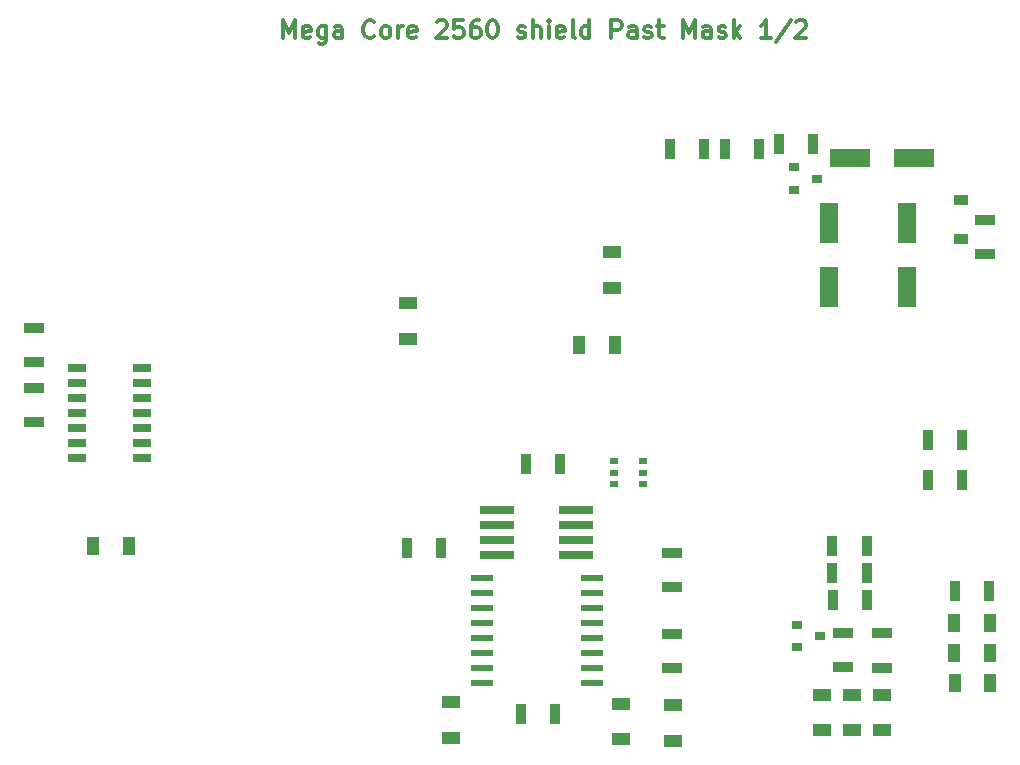
<source format=gbr>
G04 #@! TF.GenerationSoftware,KiCad,Pcbnew,(5.1.5)-3*
G04 #@! TF.CreationDate,2020-06-20T18:26:06+02:00*
G04 #@! TF.ProjectId,Mega_2560 core mini_full_2.2,4d656761-5f32-4353-9630-20636f726520,2.2*
G04 #@! TF.SameCoordinates,Original*
G04 #@! TF.FileFunction,Paste,Top*
G04 #@! TF.FilePolarity,Positive*
%FSLAX46Y46*%
G04 Gerber Fmt 4.6, Leading zero omitted, Abs format (unit mm)*
G04 Created by KiCad (PCBNEW (5.1.5)-3) date 2020-06-20 18:26:06*
%MOMM*%
%LPD*%
G04 APERTURE LIST*
%ADD10C,0.300000*%
%ADD11R,1.600000X1.000000*%
%ADD12R,1.200000X0.900000*%
%ADD13R,1.000000X1.600000*%
%ADD14R,3.500000X1.600000*%
%ADD15R,1.600000X3.500000*%
%ADD16R,1.700000X0.900000*%
%ADD17R,0.900000X1.700000*%
%ADD18R,0.900000X0.800000*%
%ADD19R,0.800000X0.550000*%
%ADD20R,1.597660X0.698500*%
%ADD21R,3.000000X0.650000*%
%ADD22R,1.980000X0.530000*%
G04 APERTURE END LIST*
D10*
X164425377Y-58113051D02*
X164425377Y-56613051D01*
X164925377Y-57684480D01*
X165425377Y-56613051D01*
X165425377Y-58113051D01*
X166711091Y-58041622D02*
X166568234Y-58113051D01*
X166282519Y-58113051D01*
X166139662Y-58041622D01*
X166068234Y-57898765D01*
X166068234Y-57327337D01*
X166139662Y-57184480D01*
X166282519Y-57113051D01*
X166568234Y-57113051D01*
X166711091Y-57184480D01*
X166782519Y-57327337D01*
X166782519Y-57470194D01*
X166068234Y-57613051D01*
X168068234Y-57113051D02*
X168068234Y-58327337D01*
X167996805Y-58470194D01*
X167925377Y-58541622D01*
X167782519Y-58613051D01*
X167568234Y-58613051D01*
X167425377Y-58541622D01*
X168068234Y-58041622D02*
X167925377Y-58113051D01*
X167639662Y-58113051D01*
X167496805Y-58041622D01*
X167425377Y-57970194D01*
X167353948Y-57827337D01*
X167353948Y-57398765D01*
X167425377Y-57255908D01*
X167496805Y-57184480D01*
X167639662Y-57113051D01*
X167925377Y-57113051D01*
X168068234Y-57184480D01*
X169425377Y-58113051D02*
X169425377Y-57327337D01*
X169353948Y-57184480D01*
X169211091Y-57113051D01*
X168925377Y-57113051D01*
X168782519Y-57184480D01*
X169425377Y-58041622D02*
X169282519Y-58113051D01*
X168925377Y-58113051D01*
X168782519Y-58041622D01*
X168711091Y-57898765D01*
X168711091Y-57755908D01*
X168782519Y-57613051D01*
X168925377Y-57541622D01*
X169282519Y-57541622D01*
X169425377Y-57470194D01*
X172139662Y-57970194D02*
X172068234Y-58041622D01*
X171853948Y-58113051D01*
X171711091Y-58113051D01*
X171496805Y-58041622D01*
X171353948Y-57898765D01*
X171282519Y-57755908D01*
X171211091Y-57470194D01*
X171211091Y-57255908D01*
X171282519Y-56970194D01*
X171353948Y-56827337D01*
X171496805Y-56684480D01*
X171711091Y-56613051D01*
X171853948Y-56613051D01*
X172068234Y-56684480D01*
X172139662Y-56755908D01*
X172996805Y-58113051D02*
X172853948Y-58041622D01*
X172782519Y-57970194D01*
X172711091Y-57827337D01*
X172711091Y-57398765D01*
X172782519Y-57255908D01*
X172853948Y-57184480D01*
X172996805Y-57113051D01*
X173211091Y-57113051D01*
X173353948Y-57184480D01*
X173425377Y-57255908D01*
X173496805Y-57398765D01*
X173496805Y-57827337D01*
X173425377Y-57970194D01*
X173353948Y-58041622D01*
X173211091Y-58113051D01*
X172996805Y-58113051D01*
X174139662Y-58113051D02*
X174139662Y-57113051D01*
X174139662Y-57398765D02*
X174211091Y-57255908D01*
X174282519Y-57184480D01*
X174425377Y-57113051D01*
X174568234Y-57113051D01*
X175639662Y-58041622D02*
X175496805Y-58113051D01*
X175211091Y-58113051D01*
X175068234Y-58041622D01*
X174996805Y-57898765D01*
X174996805Y-57327337D01*
X175068234Y-57184480D01*
X175211091Y-57113051D01*
X175496805Y-57113051D01*
X175639662Y-57184480D01*
X175711091Y-57327337D01*
X175711091Y-57470194D01*
X174996805Y-57613051D01*
X177425377Y-56755908D02*
X177496805Y-56684480D01*
X177639662Y-56613051D01*
X177996805Y-56613051D01*
X178139662Y-56684480D01*
X178211091Y-56755908D01*
X178282519Y-56898765D01*
X178282519Y-57041622D01*
X178211091Y-57255908D01*
X177353948Y-58113051D01*
X178282519Y-58113051D01*
X179639662Y-56613051D02*
X178925377Y-56613051D01*
X178853948Y-57327337D01*
X178925377Y-57255908D01*
X179068234Y-57184480D01*
X179425377Y-57184480D01*
X179568234Y-57255908D01*
X179639662Y-57327337D01*
X179711091Y-57470194D01*
X179711091Y-57827337D01*
X179639662Y-57970194D01*
X179568234Y-58041622D01*
X179425377Y-58113051D01*
X179068234Y-58113051D01*
X178925377Y-58041622D01*
X178853948Y-57970194D01*
X180996805Y-56613051D02*
X180711091Y-56613051D01*
X180568234Y-56684480D01*
X180496805Y-56755908D01*
X180353948Y-56970194D01*
X180282519Y-57255908D01*
X180282519Y-57827337D01*
X180353948Y-57970194D01*
X180425377Y-58041622D01*
X180568234Y-58113051D01*
X180853948Y-58113051D01*
X180996805Y-58041622D01*
X181068234Y-57970194D01*
X181139662Y-57827337D01*
X181139662Y-57470194D01*
X181068234Y-57327337D01*
X180996805Y-57255908D01*
X180853948Y-57184480D01*
X180568234Y-57184480D01*
X180425377Y-57255908D01*
X180353948Y-57327337D01*
X180282519Y-57470194D01*
X182068234Y-56613051D02*
X182211091Y-56613051D01*
X182353948Y-56684480D01*
X182425377Y-56755908D01*
X182496805Y-56898765D01*
X182568234Y-57184480D01*
X182568234Y-57541622D01*
X182496805Y-57827337D01*
X182425377Y-57970194D01*
X182353948Y-58041622D01*
X182211091Y-58113051D01*
X182068234Y-58113051D01*
X181925377Y-58041622D01*
X181853948Y-57970194D01*
X181782520Y-57827337D01*
X181711091Y-57541622D01*
X181711091Y-57184480D01*
X181782520Y-56898765D01*
X181853948Y-56755908D01*
X181925377Y-56684480D01*
X182068234Y-56613051D01*
X184282520Y-58041622D02*
X184425377Y-58113051D01*
X184711091Y-58113051D01*
X184853948Y-58041622D01*
X184925377Y-57898765D01*
X184925377Y-57827337D01*
X184853948Y-57684480D01*
X184711091Y-57613051D01*
X184496805Y-57613051D01*
X184353948Y-57541622D01*
X184282520Y-57398765D01*
X184282520Y-57327337D01*
X184353948Y-57184480D01*
X184496805Y-57113051D01*
X184711091Y-57113051D01*
X184853948Y-57184480D01*
X185568234Y-58113051D02*
X185568234Y-56613051D01*
X186211091Y-58113051D02*
X186211091Y-57327337D01*
X186139662Y-57184480D01*
X185996805Y-57113051D01*
X185782519Y-57113051D01*
X185639662Y-57184480D01*
X185568234Y-57255908D01*
X186925377Y-58113051D02*
X186925377Y-57113051D01*
X186925377Y-56613051D02*
X186853948Y-56684480D01*
X186925377Y-56755908D01*
X186996805Y-56684480D01*
X186925377Y-56613051D01*
X186925377Y-56755908D01*
X188211091Y-58041622D02*
X188068234Y-58113051D01*
X187782519Y-58113051D01*
X187639662Y-58041622D01*
X187568234Y-57898765D01*
X187568234Y-57327337D01*
X187639662Y-57184480D01*
X187782519Y-57113051D01*
X188068234Y-57113051D01*
X188211091Y-57184480D01*
X188282519Y-57327337D01*
X188282519Y-57470194D01*
X187568234Y-57613051D01*
X189139662Y-58113051D02*
X188996805Y-58041622D01*
X188925377Y-57898765D01*
X188925377Y-56613051D01*
X190353948Y-58113051D02*
X190353948Y-56613051D01*
X190353948Y-58041622D02*
X190211091Y-58113051D01*
X189925377Y-58113051D01*
X189782520Y-58041622D01*
X189711091Y-57970194D01*
X189639662Y-57827337D01*
X189639662Y-57398765D01*
X189711091Y-57255908D01*
X189782520Y-57184480D01*
X189925377Y-57113051D01*
X190211091Y-57113051D01*
X190353948Y-57184480D01*
X192211091Y-58113051D02*
X192211091Y-56613051D01*
X192782520Y-56613051D01*
X192925377Y-56684480D01*
X192996805Y-56755908D01*
X193068234Y-56898765D01*
X193068234Y-57113051D01*
X192996805Y-57255908D01*
X192925377Y-57327337D01*
X192782520Y-57398765D01*
X192211091Y-57398765D01*
X194353948Y-58113051D02*
X194353948Y-57327337D01*
X194282520Y-57184480D01*
X194139662Y-57113051D01*
X193853948Y-57113051D01*
X193711091Y-57184480D01*
X194353948Y-58041622D02*
X194211091Y-58113051D01*
X193853948Y-58113051D01*
X193711091Y-58041622D01*
X193639662Y-57898765D01*
X193639662Y-57755908D01*
X193711091Y-57613051D01*
X193853948Y-57541622D01*
X194211091Y-57541622D01*
X194353948Y-57470194D01*
X194996805Y-58041622D02*
X195139662Y-58113051D01*
X195425377Y-58113051D01*
X195568234Y-58041622D01*
X195639662Y-57898765D01*
X195639662Y-57827337D01*
X195568234Y-57684480D01*
X195425377Y-57613051D01*
X195211091Y-57613051D01*
X195068234Y-57541622D01*
X194996805Y-57398765D01*
X194996805Y-57327337D01*
X195068234Y-57184480D01*
X195211091Y-57113051D01*
X195425377Y-57113051D01*
X195568234Y-57184480D01*
X196068234Y-57113051D02*
X196639662Y-57113051D01*
X196282520Y-56613051D02*
X196282520Y-57898765D01*
X196353948Y-58041622D01*
X196496805Y-58113051D01*
X196639662Y-58113051D01*
X198282520Y-58113051D02*
X198282520Y-56613051D01*
X198782520Y-57684480D01*
X199282520Y-56613051D01*
X199282520Y-58113051D01*
X200639662Y-58113051D02*
X200639662Y-57327337D01*
X200568234Y-57184480D01*
X200425377Y-57113051D01*
X200139662Y-57113051D01*
X199996805Y-57184480D01*
X200639662Y-58041622D02*
X200496805Y-58113051D01*
X200139662Y-58113051D01*
X199996805Y-58041622D01*
X199925377Y-57898765D01*
X199925377Y-57755908D01*
X199996805Y-57613051D01*
X200139662Y-57541622D01*
X200496805Y-57541622D01*
X200639662Y-57470194D01*
X201282520Y-58041622D02*
X201425377Y-58113051D01*
X201711091Y-58113051D01*
X201853948Y-58041622D01*
X201925377Y-57898765D01*
X201925377Y-57827337D01*
X201853948Y-57684480D01*
X201711091Y-57613051D01*
X201496805Y-57613051D01*
X201353948Y-57541622D01*
X201282520Y-57398765D01*
X201282520Y-57327337D01*
X201353948Y-57184480D01*
X201496805Y-57113051D01*
X201711091Y-57113051D01*
X201853948Y-57184480D01*
X202568234Y-58113051D02*
X202568234Y-56613051D01*
X202711091Y-57541622D02*
X203139662Y-58113051D01*
X203139662Y-57113051D02*
X202568234Y-57684480D01*
X205711091Y-58113051D02*
X204853948Y-58113051D01*
X205282520Y-58113051D02*
X205282520Y-56613051D01*
X205139662Y-56827337D01*
X204996805Y-56970194D01*
X204853948Y-57041622D01*
X207425377Y-56541622D02*
X206139662Y-58470194D01*
X207853948Y-56755908D02*
X207925377Y-56684480D01*
X208068234Y-56613051D01*
X208425377Y-56613051D01*
X208568234Y-56684480D01*
X208639662Y-56755908D01*
X208711091Y-56898765D01*
X208711091Y-57041622D01*
X208639662Y-57255908D01*
X207782520Y-58113051D01*
X208711091Y-58113051D01*
D11*
X174975520Y-80548480D03*
X174975520Y-83548480D03*
D12*
X221838520Y-71786480D03*
X221838520Y-75086480D03*
D13*
X224227520Y-110139480D03*
X221227520Y-110139480D03*
X224227520Y-107599480D03*
X221227520Y-107599480D03*
D11*
X215107520Y-116719480D03*
X215107520Y-113719480D03*
X212567520Y-116719480D03*
X212567520Y-113719480D03*
X210027520Y-116719480D03*
X210027520Y-113719480D03*
X197454520Y-114608480D03*
X197454520Y-117608480D03*
X193009520Y-117481480D03*
X193009520Y-114481480D03*
X178658520Y-117354480D03*
X178658520Y-114354480D03*
D13*
X151329520Y-101122480D03*
X148329520Y-101122480D03*
X192477520Y-84104480D03*
X189477520Y-84104480D03*
D14*
X212407520Y-68229480D03*
X217807520Y-68229480D03*
D11*
X192247520Y-79254480D03*
X192247520Y-76254480D03*
D15*
X217266520Y-79184480D03*
X217266520Y-73784480D03*
X210662520Y-73784480D03*
X210662520Y-79184480D03*
D13*
X224267020Y-112679480D03*
X221267020Y-112679480D03*
D16*
X211805520Y-111388480D03*
X211805520Y-108488480D03*
X215107520Y-111409480D03*
X215107520Y-108509480D03*
D17*
X210937520Y-105694480D03*
X213837520Y-105694480D03*
X184521520Y-115346480D03*
X187421520Y-115346480D03*
D18*
X209884520Y-108742480D03*
X207884520Y-109692480D03*
X207884520Y-107792480D03*
X207630520Y-69057480D03*
X207630520Y-70957480D03*
X209630520Y-70007480D03*
D17*
X204746520Y-67467480D03*
X201846520Y-67467480D03*
X174922520Y-101249480D03*
X177822520Y-101249480D03*
X187855520Y-94137480D03*
X184955520Y-94137480D03*
X210916520Y-101122480D03*
X213816520Y-101122480D03*
X221891520Y-95534480D03*
X218991520Y-95534480D03*
D16*
X197327520Y-101704480D03*
X197327520Y-104604480D03*
X197327520Y-108562480D03*
X197327520Y-111462480D03*
D17*
X218991520Y-92105480D03*
X221891520Y-92105480D03*
D16*
X223870520Y-73510480D03*
X223870520Y-76410480D03*
D17*
X209318520Y-67086480D03*
X206418520Y-67086480D03*
D16*
X143352520Y-87734480D03*
X143352520Y-90634480D03*
X143352520Y-82654480D03*
X143352520Y-85554480D03*
D17*
X224177520Y-104932480D03*
X221277520Y-104932480D03*
X197147520Y-67467480D03*
X200047520Y-67467480D03*
D19*
X192444520Y-93949480D03*
X192444520Y-94899480D03*
X192444520Y-95849480D03*
X194844520Y-95849480D03*
X194844520Y-94899480D03*
X194844520Y-93949480D03*
D20*
X146954240Y-86012020D03*
X146954240Y-87282020D03*
X146954240Y-88552020D03*
X146954240Y-89819480D03*
X146954240Y-91086940D03*
X146954240Y-92356940D03*
X146954240Y-93626940D03*
X152450800Y-93626940D03*
X152450800Y-92356940D03*
X152450800Y-91086940D03*
X152450800Y-89819480D03*
X152450800Y-88552020D03*
X152450800Y-87282020D03*
X152450800Y-86012020D03*
D21*
X189247520Y-98074480D03*
X189247520Y-99344480D03*
X189247520Y-100614480D03*
X189247520Y-101884480D03*
X182547520Y-101884480D03*
X182547520Y-100614480D03*
X182547520Y-99344480D03*
X182547520Y-98074480D03*
D22*
X181212520Y-103789480D03*
X181212520Y-105059480D03*
X181212520Y-106329480D03*
X181212520Y-107599480D03*
X181212520Y-108869480D03*
X181212520Y-110139480D03*
X181212520Y-111409480D03*
X181212520Y-112679480D03*
X190582520Y-112679480D03*
X190582520Y-111409480D03*
X190582520Y-110139480D03*
X190582520Y-108869480D03*
X190582520Y-107599480D03*
X190582520Y-106329480D03*
X190582520Y-105059480D03*
X190582520Y-103789480D03*
D17*
X210916520Y-103408480D03*
X213816520Y-103408480D03*
M02*

</source>
